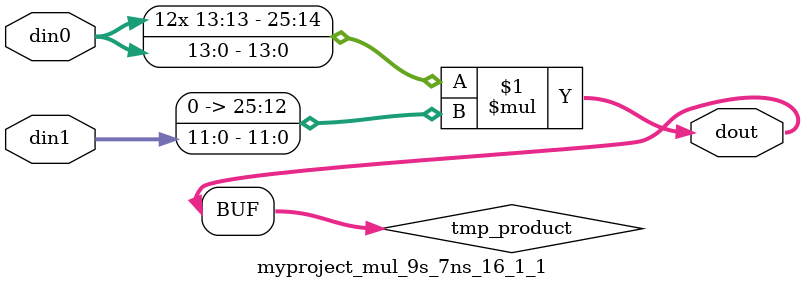
<source format=v>

`timescale 1 ns / 1 ps

 module myproject_mul_9s_7ns_16_1_1(din0, din1, dout);
parameter ID = 1;
parameter NUM_STAGE = 0;
parameter din0_WIDTH = 14;
parameter din1_WIDTH = 12;
parameter dout_WIDTH = 26;

input [din0_WIDTH - 1 : 0] din0; 
input [din1_WIDTH - 1 : 0] din1; 
output [dout_WIDTH - 1 : 0] dout;

wire signed [dout_WIDTH - 1 : 0] tmp_product;


























assign tmp_product = $signed(din0) * $signed({1'b0, din1});









assign dout = tmp_product;





















endmodule

</source>
